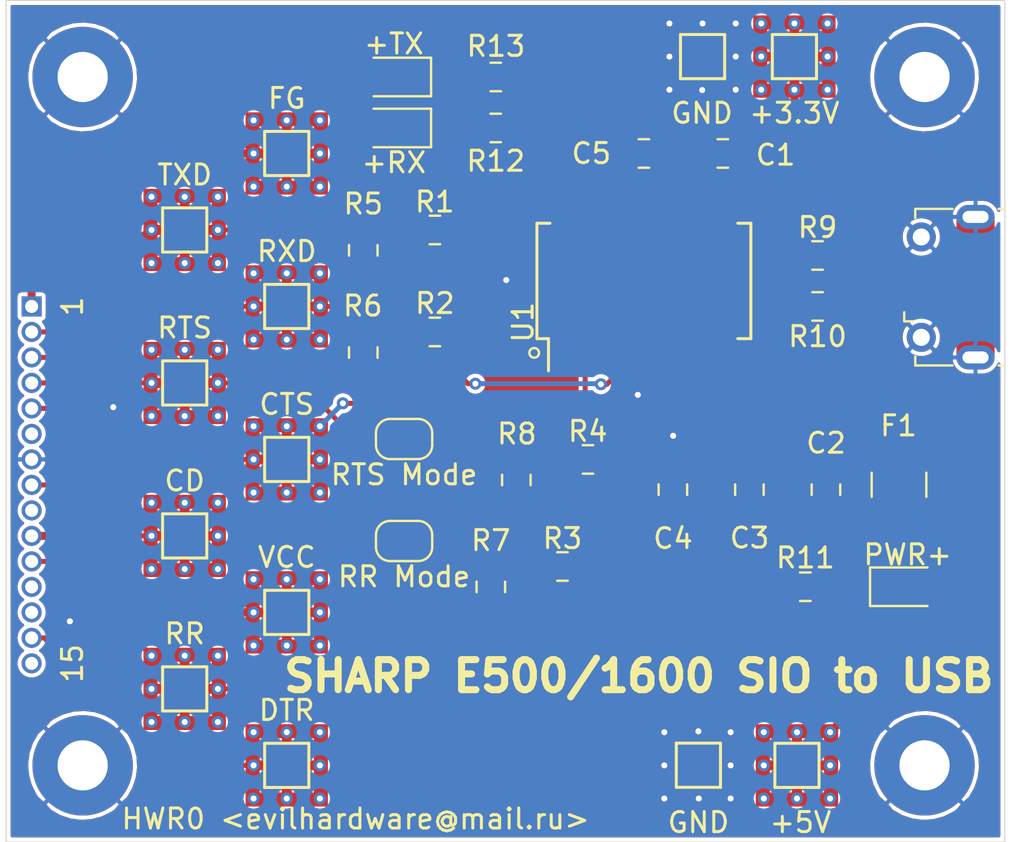
<source format=kicad_pcb>
(kicad_pcb (version 20171130) (host pcbnew "(5.1.6)-1")
  (layers (0 F.Cu signal) (31 B.Cu signal) (34 B.Paste user) (35 F.Paste user) (36 B.SilkS user) (37 F.SilkS user) (38 B.Mask user) (39 F.Mask user) (44 Edge.Cuts user))
  (net 0 "")
  (net 1 GND)
  (net 2 +3V3)
  (net 3 +5V)
  (net 4 "Net-(D1-Pad1)")
  (net 5 "Net-(D2-Pad1)")
  (net 6 "Net-(D3-Pad1)")
  (net 7 DTRCalc)
  (net 8 RRCalc)
  (net 9 VCCCalc)
  (net 10 CDCalc)
  (net 11 CTSCalc)
  (net 12 RTSCalc)
  (net 13 RXDCalc)
  (net 14 TXDCalc)
  (net 15 FG)
  (net 16 RInput)
  (net 17 "Net-(R1-Pad1)")
  (net 18 "Net-(R2-Pad1)")
  (net 19 "Net-(R3-Pad1)")
  (net 20 "Net-(R4-Pad1)")
  (net 21 USBD+)
  (net 22 USBD-)
  (net 23 RXLED)
  (net 24 TXLED)
  (net 25 /D+)
  (net 26 /D-)
  (net 27 /PWRUSB)
  (module Alexx:Pokekon_Soldermask (layer F.Cu) (at 116.84 148.59)
    (fp_text reference G*** hide)
    (fp_text value LOGO hide)
  )
  (module Connector_PinHeader_1.27mm:PinHeader_1x15_P1.27mm_Vertical (layer F.Cu) (at 93.98 125.73)
    (fp_text reference J1 hide)
    (fp_text value Conn_01x15_Male)
    (pad 15 thru_hole oval (at 0 17.78) (size 1 1) (drill 0.65) (layers *.Cu *.Mask))
    (pad 14 thru_hole oval (at 0 16.51) (size 1 1) (drill 0.65) (layers *.Cu *.Mask) (net 7 DTRCalc))
    (pad 13 thru_hole oval (at 0 15.24) (size 1 1) (drill 0.65) (layers *.Cu *.Mask))
    (pad 12 thru_hole oval (at 0 13.97) (size 1 1) (drill 0.65) (layers *.Cu *.Mask))
    (pad 11 thru_hole oval (at 0 12.7) (size 1 1) (drill 0.65) (layers *.Cu *.Mask) (net 8 RRCalc))
    (pad 10 thru_hole oval (at 0 11.43) (size 1 1) (drill 0.65) (layers *.Cu *.Mask) (net 9 VCCCalc))
    (pad 9 thru_hole oval (at 0 10.16) (size 1 1) (drill 0.65) (layers *.Cu *.Mask))
    (pad 8 thru_hole oval (at 0 8.89) (size 1 1) (drill 0.65) (layers *.Cu *.Mask) (net 10 CDCalc))
    (pad 7 thru_hole oval (at 0 7.62) (size 1 1) (drill 0.65) (layers *.Cu *.Mask) (net 1 GND))
    (pad 6 thru_hole oval (at 0 6.35) (size 1 1) (drill 0.65) (layers *.Cu *.Mask))
    (pad 5 thru_hole oval (at 0 5.08) (size 1 1) (drill 0.65) (layers *.Cu *.Mask) (net 11 CTSCalc))
    (pad 4 thru_hole oval (at 0 3.81) (size 1 1) (drill 0.65) (layers *.Cu *.Mask) (net 12 RTSCalc))
    (pad 3 thru_hole oval (at 0 2.54) (size 1 1) (drill 0.65) (layers *.Cu *.Mask) (net 13 RXDCalc))
    (pad 2 thru_hole oval (at 0 1.27) (size 1 1) (drill 0.65) (layers *.Cu *.Mask) (net 14 TXDCalc))
    (pad 1 thru_hole rect (at 0 0) (size 1 1) (drill 0.65) (layers *.Cu *.Mask) (net 15 FG))
  )
  (module Package_SO:SSOP-28_5.3x10.2mm_P0.65mm (layer F.Cu) (at 124.46 124.46 90)
    (fp_text reference U1 (at -2.0574 -6.0198 90) (layer F.SilkS))
    (fp_text value FT232RL)
    (pad 28 smd rect (at 3.6 -4.225 90) (size 1.75 0.45) (layers F.Cu F.Paste F.Mask))
    (pad 27 smd rect (at 3.6 -3.575 90) (size 1.75 0.45) (layers F.Cu F.Paste F.Mask))
    (pad 26 smd rect (at 3.6 -2.925 90) (size 1.75 0.45) (layers F.Cu F.Paste F.Mask) (net 1 GND))
    (pad 25 smd rect (at 3.6 -2.275 90) (size 1.75 0.45) (layers F.Cu F.Paste F.Mask) (net 1 GND))
    (pad 24 smd rect (at 3.6 -1.625 90) (size 1.75 0.45) (layers F.Cu F.Paste F.Mask))
    (pad 23 smd rect (at 3.6 -0.975 90) (size 1.75 0.45) (layers F.Cu F.Paste F.Mask) (net 23 RXLED))
    (pad 22 smd rect (at 3.6 -0.325 90) (size 1.75 0.45) (layers F.Cu F.Paste F.Mask) (net 24 TXLED))
    (pad 21 smd rect (at 3.6 0.325 90) (size 1.75 0.45) (layers F.Cu F.Paste F.Mask) (net 1 GND))
    (pad 20 smd rect (at 3.6 0.975 90) (size 1.75 0.45) (layers F.Cu F.Paste F.Mask) (net 3 +5V))
    (pad 19 smd rect (at 3.6 1.625 90) (size 1.75 0.45) (layers F.Cu F.Paste F.Mask) (net 3 +5V))
    (pad 18 smd rect (at 3.6 2.275 90) (size 1.75 0.45) (layers F.Cu F.Paste F.Mask) (net 1 GND))
    (pad 17 smd rect (at 3.6 2.925 90) (size 1.75 0.45) (layers F.Cu F.Paste F.Mask) (net 2 +3V3))
    (pad 16 smd rect (at 3.6 3.575 90) (size 1.75 0.45) (layers F.Cu F.Paste F.Mask) (net 22 USBD-))
    (pad 15 smd rect (at 3.6 4.225 90) (size 1.75 0.45) (layers F.Cu F.Paste F.Mask) (net 21 USBD+))
    (pad 14 smd rect (at -3.6 4.225 90) (size 1.75 0.45) (layers F.Cu F.Paste F.Mask))
    (pad 13 smd rect (at -3.6 3.575 90) (size 1.75 0.45) (layers F.Cu F.Paste F.Mask))
    (pad 12 smd rect (at -3.6 2.925 90) (size 1.75 0.45) (layers F.Cu F.Paste F.Mask))
    (pad 11 smd rect (at -3.6 2.275 90) (size 1.75 0.45) (layers F.Cu F.Paste F.Mask) (net 20 "Net-(R4-Pad1)"))
    (pad 10 smd rect (at -3.6 1.625 90) (size 1.75 0.45) (layers F.Cu F.Paste F.Mask))
    (pad 9 smd rect (at -3.6 0.975 90) (size 1.75 0.45) (layers F.Cu F.Paste F.Mask))
    (pad 8 smd rect (at -3.6 0.325 90) (size 1.75 0.45) (layers F.Cu F.Paste F.Mask))
    (pad 7 smd rect (at -3.6 -0.325 90) (size 1.75 0.45) (layers F.Cu F.Paste F.Mask) (net 1 GND))
    (pad 6 smd rect (at -3.6 -0.975 90) (size 1.75 0.45) (layers F.Cu F.Paste F.Mask))
    (pad 5 smd rect (at -3.6 -1.625 90) (size 1.75 0.45) (layers F.Cu F.Paste F.Mask) (net 18 "Net-(R2-Pad1)"))
    (pad 4 smd rect (at -3.6 -2.275 90) (size 1.75 0.45) (layers F.Cu F.Paste F.Mask) (net 3 +5V))
    (pad 3 smd rect (at -3.6 -2.925 90) (size 1.75 0.45) (layers F.Cu F.Paste F.Mask) (net 19 "Net-(R3-Pad1)"))
    (pad 2 smd rect (at -3.6 -3.575 90) (size 1.75 0.45) (layers F.Cu F.Paste F.Mask))
    (pad 1 smd rect (at -3.6 -4.225 90) (size 1.75 0.45) (layers F.Cu F.Paste F.Mask) (net 17 "Net-(R1-Pad1)"))
  )
  (module Connector:SolidPad_4x4mm_2x2mmCore (layer F.Cu) (at 127.381 113.284)
    (fp_text reference J15 hide)
    (fp_text value SolidPad-Connector)
    (pad ~ smd custom (at 0 0) (size 2 2) (layers F.Cu) (net 1 GND) (options (clearance outline) (anchor rect)) (primitives (gr_poly (pts (xy -2 0.2) (xy -2 -0.2) (xy 0 -0.2) (xy 0 0.2)) (width 0.1)) (gr_poly (pts (xy -2 2) (xy -2 1.4) (xy 2 1.4) (xy 2 2)) (width 0.1)) (gr_poly (pts (xy -0.2 0) (xy -0.2 -2) (xy 0.2 -2) (xy 0.2 0)) (width 0.1)) (gr_poly (pts (xy 0 0.2) (xy 0 -0.2) (xy 2 -0.2) (xy 2 0.2)) (width 0.1)) (gr_poly (pts (xy -2 -2) (xy -2 -1.4) (xy 2 -1.4) (xy 2 -2)) (width 0.1)) (gr_poly (pts (xy -2 -2) (xy -1.4 -2) (xy -1.4 2) (xy -2 2)) (width 0.1)) (gr_poly (pts (xy 2 -2) (xy 1.4 -2) (xy 1.4 2) (xy 2 2)) (width 0.1)) (gr_poly (pts (xy -0.2 2) (xy -0.2 0) (xy 0.2 0) (xy 0.2 2)) (width 0.1))))
  )
  (module Resistor_SMD:R_0805_2012Metric_Pad1.15x1.40mm_HandSolder (layer F.Cu) (at 117.085 114.3 180)
    (fp_text reference R13 (at -0.009 1.53162) (layer F.SilkS))
    (fp_text value 500R)
    (pad 2 smd roundrect (at 1.025 0 180) (size 1.15 1.4) (layers F.Cu F.Paste F.Mask) (roundrect_rratio 0.217391) (net 6 "Net-(D3-Pad1)"))
    (pad 1 smd roundrect (at -1.025 0 180) (size 1.15 1.4) (layers F.Cu F.Paste F.Mask) (roundrect_rratio 0.217391) (net 24 TXLED))
  )
  (module Resistor_SMD:R_0805_2012Metric_Pad1.15x1.40mm_HandSolder (layer F.Cu) (at 117.085 116.84 180)
    (fp_text reference R12 (at 0 -1.65) (layer F.SilkS))
    (fp_text value 500R)
    (pad 2 smd roundrect (at 1.025 0 180) (size 1.15 1.4) (layers F.Cu F.Paste F.Mask) (roundrect_rratio 0.217391) (net 5 "Net-(D2-Pad1)"))
    (pad 1 smd roundrect (at -1.025 0 180) (size 1.15 1.4) (layers F.Cu F.Paste F.Mask) (roundrect_rratio 0.217391) (net 23 RXLED))
  )
  (module Resistor_SMD:R_0805_2012Metric_Pad1.15x1.40mm_HandSolder (layer F.Cu) (at 132.498 139.692)
    (fp_text reference R11 (at 0 -1.4398) (layer F.SilkS))
    (fp_text value 500R)
    (pad 2 smd roundrect (at 1.025 0) (size 1.15 1.4) (layers F.Cu F.Paste F.Mask) (roundrect_rratio 0.217391) (net 4 "Net-(D1-Pad1)"))
    (pad 1 smd roundrect (at -1.025 0) (size 1.15 1.4) (layers F.Cu F.Paste F.Mask) (roundrect_rratio 0.217391) (net 1 GND))
  )
  (module Resistor_SMD:R_0805_2012Metric_Pad1.15x1.40mm_HandSolder (layer F.Cu) (at 133.105 125.73)
    (fp_text reference R10 (at 0 1.4986) (layer F.SilkS))
    (fp_text value 0-15R)
    (pad 2 smd roundrect (at 1.025 0) (size 1.15 1.4) (layers F.Cu F.Paste F.Mask) (roundrect_rratio 0.217391) (net 26 /D-))
    (pad 1 smd roundrect (at -1.025 0) (size 1.15 1.4) (layers F.Cu F.Paste F.Mask) (roundrect_rratio 0.217391) (net 22 USBD-))
  )
  (module Resistor_SMD:R_0805_2012Metric_Pad1.15x1.40mm_HandSolder (layer F.Cu) (at 133.105 123.19)
    (fp_text reference R9 (at 0 -1.397) (layer F.SilkS))
    (fp_text value 0-15R)
    (pad 2 smd roundrect (at 1.025 0) (size 1.15 1.4) (layers F.Cu F.Paste F.Mask) (roundrect_rratio 0.217391) (net 25 /D+))
    (pad 1 smd roundrect (at -1.025 0) (size 1.15 1.4) (layers F.Cu F.Paste F.Mask) (roundrect_rratio 0.217391) (net 21 USBD+))
  )
  (module Resistor_SMD:R_0805_2012Metric_Pad1.15x1.40mm_HandSolder (layer F.Cu) (at 118.11 134.375 270)
    (fp_text reference R8 (at -2.295 -0.0254 180) (layer F.SilkS))
    (fp_text value 10K)
    (pad 2 smd roundrect (at 1.025 0 270) (size 1.15 1.4) (layers F.Cu F.Paste F.Mask) (roundrect_rratio 0.217391) (net 1 GND))
    (pad 1 smd roundrect (at -1.025 0 270) (size 1.15 1.4) (layers F.Cu F.Paste F.Mask) (roundrect_rratio 0.217391) (net 11 CTSCalc))
  )
  (module Resistor_SMD:R_0805_2012Metric_Pad1.15x1.40mm_HandSolder (layer F.Cu) (at 116.84 139.7 270)
    (fp_text reference R7 (at -2.3114 0 180) (layer F.SilkS))
    (fp_text value 10K)
    (pad 2 smd roundrect (at 1.025 0 270) (size 1.15 1.4) (layers F.Cu F.Paste F.Mask) (roundrect_rratio 0.217391) (net 1 GND))
    (pad 1 smd roundrect (at -1.025 0 270) (size 1.15 1.4) (layers F.Cu F.Paste F.Mask) (roundrect_rratio 0.217391) (net 16 RInput))
  )
  (module Resistor_SMD:R_0805_2012Metric_Pad1.15x1.40mm_HandSolder (layer F.Cu) (at 110.49 128.025 270)
    (fp_text reference R6 (at -2.3204 0.0254 180) (layer F.SilkS))
    (fp_text value 10K)
    (pad 2 smd roundrect (at 1.025 0 270) (size 1.15 1.4) (layers F.Cu F.Paste F.Mask) (roundrect_rratio 0.217391) (net 1 GND))
    (pad 1 smd roundrect (at -1.025 0 270) (size 1.15 1.4) (layers F.Cu F.Paste F.Mask) (roundrect_rratio 0.217391) (net 13 RXDCalc))
  )
  (module Resistor_SMD:R_0805_2012Metric_Pad1.15x1.40mm_HandSolder (layer F.Cu) (at 110.49 122.936 270)
    (fp_text reference R5 (at -2.3114 0 180) (layer F.SilkS))
    (fp_text value 10K)
    (pad 2 smd roundrect (at 1.025 0 270) (size 1.15 1.4) (layers F.Cu F.Paste F.Mask) (roundrect_rratio 0.217391) (net 1 GND))
    (pad 1 smd roundrect (at -1.025 0 270) (size 1.15 1.4) (layers F.Cu F.Paste F.Mask) (roundrect_rratio 0.217391) (net 14 TXDCalc))
  )
  (module Resistor_SMD:R_0805_2012Metric_Pad1.15x1.40mm_HandSolder (layer F.Cu) (at 121.675 133.35 180)
    (fp_text reference R4 (at 0.009 1.397) (layer F.SilkS))
    (fp_text value 100R)
    (pad 2 smd roundrect (at 1.025 0 180) (size 1.15 1.4) (layers F.Cu F.Paste F.Mask) (roundrect_rratio 0.217391) (net 11 CTSCalc))
    (pad 1 smd roundrect (at -1.025 0 180) (size 1.15 1.4) (layers F.Cu F.Paste F.Mask) (roundrect_rratio 0.217391) (net 20 "Net-(R4-Pad1)"))
  )
  (module Resistor_SMD:R_0805_2012Metric_Pad1.15x1.40mm_HandSolder (layer F.Cu) (at 120.405 138.684 180)
    (fp_text reference R3 (at 0 1.397) (layer F.SilkS))
    (fp_text value 100R)
    (pad 2 smd roundrect (at 1.025 0 180) (size 1.15 1.4) (layers F.Cu F.Paste F.Mask) (roundrect_rratio 0.217391) (net 16 RInput))
    (pad 1 smd roundrect (at -1.025 0 180) (size 1.15 1.4) (layers F.Cu F.Paste F.Mask) (roundrect_rratio 0.217391) (net 19 "Net-(R3-Pad1)"))
  )
  (module Resistor_SMD:R_0805_2012Metric_Pad1.15x1.40mm_HandSolder (layer F.Cu) (at 114.055 127 180)
    (fp_text reference R2 (at 0 1.4224) (layer F.SilkS))
    (fp_text value 100R)
    (pad 2 smd roundrect (at 1.025 0 180) (size 1.15 1.4) (layers F.Cu F.Paste F.Mask) (roundrect_rratio 0.217391) (net 13 RXDCalc))
    (pad 1 smd roundrect (at -1.025 0 180) (size 1.15 1.4) (layers F.Cu F.Paste F.Mask) (roundrect_rratio 0.217391) (net 18 "Net-(R2-Pad1)"))
  )
  (module Resistor_SMD:R_0805_2012Metric_Pad1.15x1.40mm_HandSolder (layer F.Cu) (at 114.055 121.92 180)
    (fp_text reference R1 (at 0.009 1.397) (layer F.SilkS))
    (fp_text value 100R)
    (pad 2 smd roundrect (at 1.025 0 180) (size 1.15 1.4) (layers F.Cu F.Paste F.Mask) (roundrect_rratio 0.217391) (net 14 TXDCalc))
    (pad 1 smd roundrect (at -1.025 0 180) (size 1.15 1.4) (layers F.Cu F.Paste F.Mask) (roundrect_rratio 0.217391) (net 17 "Net-(R1-Pad1)"))
  )
  (module Jumper:SolderJumper-2_P1.3mm_Open_RoundedPad1.0x1.5mm (layer F.Cu) (at 112.522 132.334 180)
    (fp_text reference JP2 hide)
    (fp_text value RTS_Mode)
    (pad 2 smd custom (at 0.65 0 180) (size 1 0.5) (layers F.Cu F.Mask) (net 12 RTSCalc) (options (clearance outline) (anchor rect)) (primitives (gr_circle (center 0 0.25) (end 0.5 0.25) (width 0)) (gr_circle (center 0 -0.25) (end 0.5 -0.25) (width 0)) (gr_poly (pts (xy 0 -0.75) (xy -0.5 -0.75) (xy -0.5 0.75) (xy 0 0.75)) (width 0))))
    (pad 1 smd custom (at -0.65 0 180) (size 1 0.5) (layers F.Cu F.Mask) (net 16 RInput) (options (clearance outline) (anchor rect)) (primitives (gr_circle (center 0 0.25) (end 0.5 0.25) (width 0)) (gr_circle (center 0 -0.25) (end 0.5 -0.25) (width 0)) (gr_poly (pts (xy 0 -0.75) (xy 0.5 -0.75) (xy 0.5 0.75) (xy 0 0.75)) (width 0))))
  )
  (module Jumper:SolderJumper-2_P1.3mm_Open_RoundedPad1.0x1.5mm (layer F.Cu) (at 112.522 137.414)
    (fp_text reference JP1 hide)
    (fp_text value RR_Mode)
    (pad 2 smd custom (at 0.65 0) (size 1 0.5) (layers F.Cu F.Mask) (net 16 RInput) (options (clearance outline) (anchor rect)) (primitives (gr_circle (center 0 0.25) (end 0.5 0.25) (width 0)) (gr_circle (center 0 -0.25) (end 0.5 -0.25) (width 0)) (gr_poly (pts (xy 0 -0.75) (xy -0.5 -0.75) (xy -0.5 0.75) (xy 0 0.75)) (width 0))))
    (pad 1 smd custom (at -0.65 0) (size 1 0.5) (layers F.Cu F.Mask) (net 8 RRCalc) (options (clearance outline) (anchor rect)) (primitives (gr_circle (center 0 0.25) (end 0.5 0.25) (width 0)) (gr_circle (center 0 -0.25) (end 0.5 -0.25) (width 0)) (gr_poly (pts (xy 0 -0.75) (xy 0.5 -0.75) (xy 0.5 0.75) (xy 0 0.75)) (width 0))))
  )
  (module Connector:SolidPad_4x4mm_2x2mmCore (layer F.Cu) (at 127.173 148.582)
    (fp_text reference J14 hide)
    (fp_text value SolidPad-Connector)
    (pad ~ smd custom (at 0 0) (size 2 2) (layers F.Cu) (net 1 GND) (options (clearance outline) (anchor rect)) (primitives (gr_poly (pts (xy -2 0.2) (xy -2 -0.2) (xy 0 -0.2) (xy 0 0.2)) (width 0.1)) (gr_poly (pts (xy -2 2) (xy -2 1.4) (xy 2 1.4) (xy 2 2)) (width 0.1)) (gr_poly (pts (xy -0.2 0) (xy -0.2 -2) (xy 0.2 -2) (xy 0.2 0)) (width 0.1)) (gr_poly (pts (xy 0 0.2) (xy 0 -0.2) (xy 2 -0.2) (xy 2 0.2)) (width 0.1)) (gr_poly (pts (xy -2 -2) (xy -2 -1.4) (xy 2 -1.4) (xy 2 -2)) (width 0.1)) (gr_poly (pts (xy -2 -2) (xy -1.4 -2) (xy -1.4 2) (xy -2 2)) (width 0.1)) (gr_poly (pts (xy 2 -2) (xy 1.4 -2) (xy 1.4 2) (xy 2 2)) (width 0.1)) (gr_poly (pts (xy -0.2 2) (xy -0.2 0) (xy 0.2 0) (xy 0.2 2)) (width 0.1))))
  )
  (module Connector:SolidPad_4x4mm_2x2mmCore (layer F.Cu) (at 131.953 113.284)
    (fp_text reference J13 hide)
    (fp_text value SolidPad-Connector)
    (pad ~ smd custom (at 0 0) (size 2 2) (layers F.Cu) (net 2 +3V3) (options (clearance outline) (anchor rect)) (primitives (gr_poly (pts (xy -2 0.2) (xy -2 -0.2) (xy 0 -0.2) (xy 0 0.2)) (width 0.1)) (gr_poly (pts (xy -2 2) (xy -2 1.4) (xy 2 1.4) (xy 2 2)) (width 0.1)) (gr_poly (pts (xy -0.2 0) (xy -0.2 -2) (xy 0.2 -2) (xy 0.2 0)) (width 0.1)) (gr_poly (pts (xy 0 0.2) (xy 0 -0.2) (xy 2 -0.2) (xy 2 0.2)) (width 0.1)) (gr_poly (pts (xy -2 -2) (xy -2 -1.4) (xy 2 -1.4) (xy 2 -2)) (width 0.1)) (gr_poly (pts (xy -2 -2) (xy -1.4 -2) (xy -1.4 2) (xy -2 2)) (width 0.1)) (gr_poly (pts (xy 2 -2) (xy 1.4 -2) (xy 1.4 2) (xy 2 2)) (width 0.1)) (gr_poly (pts (xy -0.2 2) (xy -0.2 0) (xy 0.2 0) (xy 0.2 2)) (width 0.1))))
  )
  (module Connector:SolidPad_4x4mm_2x2mmCore (layer F.Cu) (at 132.08 148.59)
    (fp_text reference J12 hide)
    (fp_text value SolidPad-Connector)
    (pad ~ smd custom (at 0 0) (size 2 2) (layers F.Cu) (net 3 +5V) (options (clearance outline) (anchor rect)) (primitives (gr_poly (pts (xy -2 0.2) (xy -2 -0.2) (xy 0 -0.2) (xy 0 0.2)) (width 0.1)) (gr_poly (pts (xy -2 2) (xy -2 1.4) (xy 2 1.4) (xy 2 2)) (width 0.1)) (gr_poly (pts (xy -0.2 0) (xy -0.2 -2) (xy 0.2 -2) (xy 0.2 0)) (width 0.1)) (gr_poly (pts (xy 0 0.2) (xy 0 -0.2) (xy 2 -0.2) (xy 2 0.2)) (width 0.1)) (gr_poly (pts (xy -2 -2) (xy -2 -1.4) (xy 2 -1.4) (xy 2 -2)) (width 0.1)) (gr_poly (pts (xy -2 -2) (xy -1.4 -2) (xy -1.4 2) (xy -2 2)) (width 0.1)) (gr_poly (pts (xy 2 -2) (xy 1.4 -2) (xy 1.4 2) (xy 2 2)) (width 0.1)) (gr_poly (pts (xy -0.2 2) (xy -0.2 0) (xy 0.2 0) (xy 0.2 2)) (width 0.1))))
  )
  (module Connector:SolidPad_4x4mm_2x2mmCore (layer F.Cu) (at 106.68 148.59)
    (fp_text reference J11 hide)
    (fp_text value SolidPad-Connector)
    (pad ~ smd custom (at 0 0) (size 2 2) (layers F.Cu) (net 7 DTRCalc) (options (clearance outline) (anchor rect)) (primitives (gr_poly (pts (xy -2 0.2) (xy -2 -0.2) (xy 0 -0.2) (xy 0 0.2)) (width 0.1)) (gr_poly (pts (xy -2 2) (xy -2 1.4) (xy 2 1.4) (xy 2 2)) (width 0.1)) (gr_poly (pts (xy -0.2 0) (xy -0.2 -2) (xy 0.2 -2) (xy 0.2 0)) (width 0.1)) (gr_poly (pts (xy 0 0.2) (xy 0 -0.2) (xy 2 -0.2) (xy 2 0.2)) (width 0.1)) (gr_poly (pts (xy -2 -2) (xy -2 -1.4) (xy 2 -1.4) (xy 2 -2)) (width 0.1)) (gr_poly (pts (xy -2 -2) (xy -1.4 -2) (xy -1.4 2) (xy -2 2)) (width 0.1)) (gr_poly (pts (xy 2 -2) (xy 1.4 -2) (xy 1.4 2) (xy 2 2)) (width 0.1)) (gr_poly (pts (xy -0.2 2) (xy -0.2 0) (xy 0.2 0) (xy 0.2 2)) (width 0.1))))
  )
  (module Connector:SolidPad_4x4mm_2x2mmCore (layer F.Cu) (at 101.6 144.78)
    (fp_text reference J10 hide)
    (fp_text value SolidPad-Connector)
    (pad ~ smd custom (at 0 0) (size 2 2) (layers F.Cu) (net 8 RRCalc) (options (clearance outline) (anchor rect)) (primitives (gr_poly (pts (xy -2 0.2) (xy -2 -0.2) (xy 0 -0.2) (xy 0 0.2)) (width 0.1)) (gr_poly (pts (xy -2 2) (xy -2 1.4) (xy 2 1.4) (xy 2 2)) (width 0.1)) (gr_poly (pts (xy -0.2 0) (xy -0.2 -2) (xy 0.2 -2) (xy 0.2 0)) (width 0.1)) (gr_poly (pts (xy 0 0.2) (xy 0 -0.2) (xy 2 -0.2) (xy 2 0.2)) (width 0.1)) (gr_poly (pts (xy -2 -2) (xy -2 -1.4) (xy 2 -1.4) (xy 2 -2)) (width 0.1)) (gr_poly (pts (xy -2 -2) (xy -1.4 -2) (xy -1.4 2) (xy -2 2)) (width 0.1)) (gr_poly (pts (xy 2 -2) (xy 1.4 -2) (xy 1.4 2) (xy 2 2)) (width 0.1)) (gr_poly (pts (xy -0.2 2) (xy -0.2 0) (xy 0.2 0) (xy 0.2 2)) (width 0.1))))
  )
  (module Connector:SolidPad_4x4mm_2x2mmCore (layer F.Cu) (at 106.68 140.97)
    (fp_text reference J9 hide)
    (fp_text value SolidPad-Connector)
    (pad ~ smd custom (at 0 0) (size 2 2) (layers F.Cu) (net 9 VCCCalc) (options (clearance outline) (anchor rect)) (primitives (gr_poly (pts (xy -2 0.2) (xy -2 -0.2) (xy 0 -0.2) (xy 0 0.2)) (width 0.1)) (gr_poly (pts (xy -2 2) (xy -2 1.4) (xy 2 1.4) (xy 2 2)) (width 0.1)) (gr_poly (pts (xy -0.2 0) (xy -0.2 -2) (xy 0.2 -2) (xy 0.2 0)) (width 0.1)) (gr_poly (pts (xy 0 0.2) (xy 0 -0.2) (xy 2 -0.2) (xy 2 0.2)) (width 0.1)) (gr_poly (pts (xy -2 -2) (xy -2 -1.4) (xy 2 -1.4) (xy 2 -2)) (width 0.1)) (gr_poly (pts (xy -2 -2) (xy -1.4 -2) (xy -1.4 2) (xy -2 2)) (width 0.1)) (gr_poly (pts (xy 2 -2) (xy 1.4 -2) (xy 1.4 2) (xy 2 2)) (width 0.1)) (gr_poly (pts (xy -0.2 2) (xy -0.2 0) (xy 0.2 0) (xy 0.2 2)) (width 0.1))))
  )
  (module Connector_USB:USB_Micro-B_Molex-105017-0001 (layer F.Cu) (at 139.732 124.77 90)
    (fp_text reference J8 hide)
    (fp_text value USB_B_Micro)
    (pad 6 smd rect (at -2.9 1.2375 90) (size 1.2 1.9) (layers F.Cu F.Mask) (net 1 GND))
    (pad 6 smd rect (at 2.9 1.2375 90) (size 1.2 1.9) (layers F.Cu F.Mask) (net 1 GND))
    (pad 6 thru_hole oval (at 3.5 1.2375 90) (size 1.2 1.9) (drill oval 0.6 1.3) (layers *.Cu *.Mask) (net 1 GND))
    (pad 6 thru_hole oval (at -3.5 1.2375 270) (size 1.2 1.9) (drill oval 0.6 1.3) (layers *.Cu *.Mask) (net 1 GND))
    (pad 6 smd rect (at -1 1.2375 90) (size 1.5 1.9) (layers F.Cu F.Paste F.Mask) (net 1 GND))
    (pad 6 thru_hole circle (at 2.5 -1.4625 90) (size 1.45 1.45) (drill 0.85) (layers *.Cu *.Mask) (net 1 GND))
    (pad 3 smd rect (at 0 -1.4625 90) (size 0.4 1.35) (layers F.Cu F.Paste F.Mask) (net 25 /D+))
    (pad 4 smd rect (at 0.65 -1.4625 90) (size 0.4 1.35) (layers F.Cu F.Paste F.Mask))
    (pad 5 smd rect (at 1.3 -1.4625 90) (size 0.4 1.35) (layers F.Cu F.Paste F.Mask) (net 1 GND))
    (pad 1 smd rect (at -1.3 -1.4625 90) (size 0.4 1.35) (layers F.Cu F.Paste F.Mask) (net 27 /PWRUSB))
    (pad 2 smd rect (at -0.65 -1.4625 90) (size 0.4 1.35) (layers F.Cu F.Paste F.Mask) (net 26 /D-))
    (pad 6 thru_hole circle (at -2.5 -1.4625 90) (size 1.45 1.45) (drill 0.85) (layers *.Cu *.Mask) (net 1 GND))
    (pad 6 smd rect (at 1 1.2375 90) (size 1.5 1.9) (layers F.Cu F.Paste F.Mask) (net 1 GND))
  )
  (module Connector:SolidPad_4x4mm_2x2mmCore (layer F.Cu) (at 101.6 137.16)
    (fp_text reference J7 hide)
    (fp_text value SolidPad-Connector)
    (pad ~ smd custom (at 0 0) (size 2 2) (layers F.Cu) (net 10 CDCalc) (options (clearance outline) (anchor rect)) (primitives (gr_poly (pts (xy -2 0.2) (xy -2 -0.2) (xy 0 -0.2) (xy 0 0.2)) (width 0.1)) (gr_poly (pts (xy -2 2) (xy -2 1.4) (xy 2 1.4) (xy 2 2)) (width 0.1)) (gr_poly (pts (xy -0.2 0) (xy -0.2 -2) (xy 0.2 -2) (xy 0.2 0)) (width 0.1)) (gr_poly (pts (xy 0 0.2) (xy 0 -0.2) (xy 2 -0.2) (xy 2 0.2)) (width 0.1)) (gr_poly (pts (xy -2 -2) (xy -2 -1.4) (xy 2 -1.4) (xy 2 -2)) (width 0.1)) (gr_poly (pts (xy -2 -2) (xy -1.4 -2) (xy -1.4 2) (xy -2 2)) (width 0.1)) (gr_poly (pts (xy 2 -2) (xy 1.4 -2) (xy 1.4 2) (xy 2 2)) (width 0.1)) (gr_poly (pts (xy -0.2 2) (xy -0.2 0) (xy 0.2 0) (xy 0.2 2)) (width 0.1))))
  )
  (module Connector:SolidPad_4x4mm_2x2mmCore (layer F.Cu) (at 106.68 133.35)
    (fp_text reference J6 hide)
    (fp_text value SolidPad-Connector)
    (pad ~ smd custom (at 0 0) (size 2 2) (layers F.Cu) (net 11 CTSCalc) (options (clearance outline) (anchor rect)) (primitives (gr_poly (pts (xy -2 0.2) (xy -2 -0.2) (xy 0 -0.2) (xy 0 0.2)) (width 0.1)) (gr_poly (pts (xy -2 2) (xy -2 1.4) (xy 2 1.4) (xy 2 2)) (width 0.1)) (gr_poly (pts (xy -0.2 0) (xy -0.2 -2) (xy 0.2 -2) (xy 0.2 0)) (width 0.1)) (gr_poly (pts (xy 0 0.2) (xy 0 -0.2) (xy 2 -0.2) (xy 2 0.2)) (width 0.1)) (gr_poly (pts (xy -2 -2) (xy -2 -1.4) (xy 2 -1.4) (xy 2 -2)) (width 0.1)) (gr_poly (pts (xy -2 -2) (xy -1.4 -2) (xy -1.4 2) (xy -2 2)) (width 0.1)) (gr_poly (pts (xy 2 -2) (xy 1.4 -2) (xy 1.4 2) (xy 2 2)) (width 0.1)) (gr_poly (pts (xy -0.2 2) (xy -0.2 0) (xy 0.2 0) (xy 0.2 2)) (width 0.1))))
  )
  (module Connector:SolidPad_4x4mm_2x2mmCore (layer F.Cu) (at 101.6 129.54)
    (fp_text reference J5 hide)
    (fp_text value SolidPad-Connector)
    (pad ~ smd custom (at 0 0) (size 2 2) (layers F.Cu) (net 12 RTSCalc) (options (clearance outline) (anchor rect)) (primitives (gr_poly (pts (xy -2 0.2) (xy -2 -0.2) (xy 0 -0.2) (xy 0 0.2)) (width 0.1)) (gr_poly (pts (xy -2 2) (xy -2 1.4) (xy 2 1.4) (xy 2 2)) (width 0.1)) (gr_poly (pts (xy -0.2 0) (xy -0.2 -2) (xy 0.2 -2) (xy 0.2 0)) (width 0.1)) (gr_poly (pts (xy 0 0.2) (xy 0 -0.2) (xy 2 -0.2) (xy 2 0.2)) (width 0.1)) (gr_poly (pts (xy -2 -2) (xy -2 -1.4) (xy 2 -1.4) (xy 2 -2)) (width 0.1)) (gr_poly (pts (xy -2 -2) (xy -1.4 -2) (xy -1.4 2) (xy -2 2)) (width 0.1)) (gr_poly (pts (xy 2 -2) (xy 1.4 -2) (xy 1.4 2) (xy 2 2)) (width 0.1)) (gr_poly (pts (xy -0.2 2) (xy -0.2 0) (xy 0.2 0) (xy 0.2 2)) (width 0.1))))
  )
  (module Connector:SolidPad_4x4mm_2x2mmCore (layer F.Cu) (at 106.68 125.73)
    (fp_text reference J4 hide)
    (fp_text value SolidPad-Connector)
    (pad ~ smd custom (at 0 0) (size 2 2) (layers F.Cu) (net 13 RXDCalc) (options (clearance outline) (anchor rect)) (primitives (gr_poly (pts (xy -2 0.2) (xy -2 -0.2) (xy 0 -0.2) (xy 0 0.2)) (width 0.1)) (gr_poly (pts (xy -2 2) (xy -2 1.4) (xy 2 1.4) (xy 2 2)) (width 0.1)) (gr_poly (pts (xy -0.2 0) (xy -0.2 -2) (xy 0.2 -2) (xy 0.2 0)) (width 0.1)) (gr_poly (pts (xy 0 0.2) (xy 0 -0.2) (xy 2 -0.2) (xy 2 0.2)) (width 0.1)) (gr_poly (pts (xy -2 -2) (xy -2 -1.4) (xy 2 -1.4) (xy 2 -2)) (width 0.1)) (gr_poly (pts (xy -2 -2) (xy -1.4 -2) (xy -1.4 2) (xy -2 2)) (width 0.1)) (gr_poly (pts (xy 2 -2) (xy 1.4 -2) (xy 1.4 2) (xy 2 2)) (width 0.1)) (gr_poly (pts (xy -0.2 2) (xy -0.2 0) (xy 0.2 0) (xy 0.2 2)) (width 0.1))))
  )
  (module Connector:SolidPad_4x4mm_2x2mmCore (layer F.Cu) (at 101.6 121.92)
    (fp_text reference J3 hide)
    (fp_text value SolidPad-Connector)
    (pad ~ smd custom (at 0 0) (size 2 2) (layers F.Cu) (net 14 TXDCalc) (options (clearance outline) (anchor rect)) (primitives (gr_poly (pts (xy -2 0.2) (xy -2 -0.2) (xy 0 -0.2) (xy 0 0.2)) (width 0.1)) (gr_poly (pts (xy -2 2) (xy -2 1.4) (xy 2 1.4) (xy 2 2)) (width 0.1)) (gr_poly (pts (xy -0.2 0) (xy -0.2 -2) (xy 0.2 -2) (xy 0.2 0)) (width 0.1)) (gr_poly (pts (xy 0 0.2) (xy 0 -0.2) (xy 2 -0.2) (xy 2 0.2)) (width 0.1)) (gr_poly (pts (xy -2 -2) (xy -2 -1.4) (xy 2 -1.4) (xy 2 -2)) (width 0.1)) (gr_poly (pts (xy -2 -2) (xy -1.4 -2) (xy -1.4 2) (xy -2 2)) (width 0.1)) (gr_poly (pts (xy 2 -2) (xy 1.4 -2) (xy 1.4 2) (xy 2 2)) (width 0.1)) (gr_poly (pts (xy -0.2 2) (xy -0.2 0) (xy 0.2 0) (xy 0.2 2)) (width 0.1))))
  )
  (module Connector:SolidPad_4x4mm_2x2mmCore (layer F.Cu) (at 106.68 118.11)
    (fp_text reference J2 hide)
    (fp_text value SolidPad-Connector)
    (pad ~ smd custom (at 0 0) (size 2 2) (layers F.Cu) (net 15 FG) (options (clearance outline) (anchor rect)) (primitives (gr_poly (pts (xy -2 0.2) (xy -2 -0.2) (xy 0 -0.2) (xy 0 0.2)) (width 0.1)) (gr_poly (pts (xy -2 2) (xy -2 1.4) (xy 2 1.4) (xy 2 2)) (width 0.1)) (gr_poly (pts (xy -0.2 0) (xy -0.2 -2) (xy 0.2 -2) (xy 0.2 0)) (width 0.1)) (gr_poly (pts (xy 0 0.2) (xy 0 -0.2) (xy 2 -0.2) (xy 2 0.2)) (width 0.1)) (gr_poly (pts (xy -2 -2) (xy -2 -1.4) (xy 2 -1.4) (xy 2 -2)) (width 0.1)) (gr_poly (pts (xy -2 -2) (xy -1.4 -2) (xy -1.4 2) (xy -2 2)) (width 0.1)) (gr_poly (pts (xy 2 -2) (xy 1.4 -2) (xy 1.4 2) (xy 2 2)) (width 0.1)) (gr_poly (pts (xy -0.2 2) (xy -0.2 0) (xy 0.2 0) (xy 0.2 2)) (width 0.1))))
  )
  (module MountingHole:MountingHole_2.5mm_Pad (layer F.Cu) (at 138.43 114.3)
    (fp_text reference H4 hide)
    (fp_text value MountingHole_Pad)
    (pad 1 thru_hole circle (at 0 0) (size 5 5) (drill 2.5) (layers *.Cu *.Mask) (net 1 GND))
  )
  (module MountingHole:MountingHole_2.5mm_Pad (layer F.Cu) (at 138.43 148.59)
    (fp_text reference H3 hide)
    (fp_text value MountingHole_Pad)
    (pad 1 thru_hole circle (at 0 0) (size 5 5) (drill 2.5) (layers *.Cu *.Mask) (net 1 GND))
  )
  (module MountingHole:MountingHole_2.5mm_Pad (layer F.Cu) (at 96.52 148.59)
    (fp_text reference H2 hide)
    (fp_text value MountingHole_Pad)
    (pad 1 thru_hole circle (at 0 0) (size 5 5) (drill 2.5) (layers *.Cu *.Mask) (net 1 GND))
  )
  (module MountingHole:MountingHole_2.5mm_Pad (layer F.Cu) (at 96.52 114.3)
    (fp_text reference H1 hide)
    (fp_text value MountingHole_Pad)
    (pad 1 thru_hole circle (at 0 0) (size 5 5) (drill 2.5) (layers *.Cu *.Mask) (net 1 GND))
  )
  (module Resistor_SMD:R_1210_3225Metric_Pad1.42x2.65mm_HandSolder (layer F.Cu) (at 137.16 134.612 90)
    (fp_text reference F1 (at 2.9384 -0.0254 180) (layer F.SilkS))
    (fp_text value "Polyfuse 1210")
    (pad 2 smd roundrect (at 1.4875 0 90) (size 1.425 2.65) (layers F.Cu F.Paste F.Mask) (roundrect_rratio 0.175439) (net 27 /PWRUSB))
    (pad 1 smd roundrect (at -1.4875 0 90) (size 1.425 2.65) (layers F.Cu F.Paste F.Mask) (roundrect_rratio 0.175439) (net 3 +5V))
  )
  (module LED_SMD:LED_0805_2012Metric_Pad1.15x1.40mm_HandSolder (layer F.Cu) (at 112.005 114.3 180)
    (fp_text reference D3 hide)
    (fp_text value TXLED)
    (pad 2 smd roundrect (at 1.025 0 180) (size 1.15 1.4) (layers F.Cu F.Paste F.Mask) (roundrect_rratio 0.217391) (net 3 +5V))
    (pad 1 smd roundrect (at -1.025 0 180) (size 1.15 1.4) (layers F.Cu F.Paste F.Mask) (roundrect_rratio 0.217391) (net 6 "Net-(D3-Pad1)"))
  )
  (module LED_SMD:LED_0805_2012Metric_Pad1.15x1.40mm_HandSolder (layer F.Cu) (at 112.005 116.84 180)
    (fp_text reference D2 hide)
    (fp_text value RXLED)
    (pad 2 smd roundrect (at 1.025 0 180) (size 1.15 1.4) (layers F.Cu F.Paste F.Mask) (roundrect_rratio 0.217391) (net 3 +5V))
    (pad 1 smd roundrect (at -1.025 0 180) (size 1.15 1.4) (layers F.Cu F.Paste F.Mask) (roundrect_rratio 0.217391) (net 5 "Net-(D2-Pad1)"))
  )
  (module LED_SMD:LED_0805_2012Metric_Pad1.15x1.40mm_HandSolder (layer F.Cu) (at 137.578 139.692)
    (fp_text reference D1 hide)
    (fp_text value PWRLED)
    (pad 2 smd roundrect (at 1.025 0) (size 1.15 1.4) (layers F.Cu F.Paste F.Mask) (roundrect_rratio 0.217391) (net 3 +5V))
    (pad 1 smd roundrect (at -1.025 0) (size 1.15 1.4) (layers F.Cu F.Paste F.Mask) (roundrect_rratio 0.217391) (net 4 "Net-(D1-Pad1)"))
  )
  (module Capacitor_SMD:C_0805_2012Metric_Pad1.15x1.40mm_HandSolder (layer F.Cu) (at 124.46 118.11 180)
    (fp_text reference C5 (at 2.6162 0) (layer F.SilkS))
    (fp_text value 100nF)
    (pad 2 smd roundrect (at 1.025 0 180) (size 1.15 1.4) (layers F.Cu F.Paste F.Mask) (roundrect_rratio 0.217391) (net 1 GND))
    (pad 1 smd roundrect (at -1.025 0 180) (size 1.15 1.4) (layers F.Cu F.Paste F.Mask) (roundrect_rratio 0.217391) (net 3 +5V))
  )
  (module Capacitor_SMD:C_0805_2012Metric_Pad1.15x1.40mm_HandSolder (layer F.Cu) (at 125.903 134.857 90)
    (fp_text reference C4 (at -2.43 0.0048 180) (layer F.SilkS))
    (fp_text value 10uF)
    (pad 2 smd roundrect (at 1.025 0 90) (size 1.15 1.4) (layers F.Cu F.Paste F.Mask) (roundrect_rratio 0.217391) (net 1 GND))
    (pad 1 smd roundrect (at -1.025 0 90) (size 1.15 1.4) (layers F.Cu F.Paste F.Mask) (roundrect_rratio 0.217391) (net 3 +5V))
  )
  (module Capacitor_SMD:C_0805_2012Metric_Pad1.15x1.40mm_HandSolder (layer F.Cu) (at 129.713 134.857 90)
    (fp_text reference C3 (at -2.4046 0.0048 180) (layer F.SilkS))
    (fp_text value 100nF)
    (pad 2 smd roundrect (at 1.025 0 90) (size 1.15 1.4) (layers F.Cu F.Paste F.Mask) (roundrect_rratio 0.217391) (net 1 GND))
    (pad 1 smd roundrect (at -1.025 0 90) (size 1.15 1.4) (layers F.Cu F.Paste F.Mask) (roundrect_rratio 0.217391) (net 3 +5V))
  )
  (module Capacitor_SMD:C_0805_2012Metric_Pad1.15x1.40mm_HandSolder (layer F.Cu) (at 133.523 134.857 90)
    (fp_text reference C2 (at 2.3198 0.0048 180) (layer F.SilkS))
    (fp_text value 10nF)
    (pad 2 smd roundrect (at 1.025 0 90) (size 1.15 1.4) (layers F.Cu F.Paste F.Mask) (roundrect_rratio 0.217391) (net 1 GND))
    (pad 1 smd roundrect (at -1.025 0 90) (size 1.15 1.4) (layers F.Cu F.Paste F.Mask) (roundrect_rratio 0.217391) (net 3 +5V))
  )
  (module Capacitor_SMD:C_0805_2012Metric_Pad1.15x1.40mm_HandSolder (layer F.Cu) (at 128.388 118.11 180)
    (fp_text reference C1 (at -2.6252 -0.0762) (layer F.SilkS))
    (fp_text value 100nF)
    (pad 2 smd roundrect (at 1.025 0 180) (size 1.15 1.4) (layers F.Cu F.Paste F.Mask) (roundrect_rratio 0.217391) (net 1 GND))
    (pad 1 smd roundrect (at -1.025 0 180) (size 1.15 1.4) (layers F.Cu F.Paste F.Mask) (roundrect_rratio 0.217391) (net 2 +3V3))
  )
  (gr_text "HWR0 <evilhardware@mail.ru>" (at 110.109 151.257) (layer F.SilkS) (effects (font (size 1 1))))
  (gr_text "SHARP E500/1600 SIO to USB" (at 124.206 144.145) (layer F.SilkS) (effects (font (size 1.5 1.5) (thickness 0.35))))
  (gr_text 15 (at 96.012 143.51 90) (layer F.SilkS) (effects (font (size 1 1))))
  (gr_text 1 (at 96.012 125.73 90) (layer F.SilkS) (effects (font (size 1 1))))
  (gr_text GND (at 127.1778 151.4348) (layer F.SilkS) (effects (font (size 1 1))))
  (gr_text +5V (at 132.2578 151.4348) (layer F.SilkS) (effects (font (size 1 1))))
  (gr_text GND (at 127.3556 116.1034) (layer F.SilkS) (effects (font (size 1 1))))
  (gr_text +3.3V (at 131.953 116.1034) (layer F.SilkS) (effects (font (size 1 1))))
  (gr_text +TX (at 112.014 112.649) (layer F.SilkS) (effects (font (size 1 1))))
  (gr_text +RX (at 112.014 118.5672) (layer F.SilkS) (effects (font (size 1 1))))
  (gr_text PWR+ (at 137.5918 138.0998) (layer F.SilkS) (effects (font (size 1 1))))
  (gr_circle (center 118.999 128.0414) (end 119.2276 128.1176) (layer F.SilkS) (width 0.12))
  (gr_text "RTS Mode" (at 112.522 134.112) (layer F.SilkS) (effects (font (size 1 1))))
  (gr_text "RR Mode" (at 112.522 139.192) (layer F.SilkS) (effects (font (size 1 1))))
  (gr_text DTR (at 106.68 145.8468) (layer F.SilkS) (effects (font (size 1 1))))
  (gr_text RR (at 101.6 142.0368) (layer F.SilkS) (effects (font (size 1 1))))
  (gr_text VCC (at 106.68 138.2268) (layer F.SilkS) (effects (font (size 1 1))))
  (gr_text CD (at 101.6 134.4168) (layer F.SilkS) (effects (font (size 1 1))))
  (gr_text CTS (at 106.68 130.6068) (layer F.SilkS) (effects (font (size 1 1))))
  (gr_text RTS (at 101.6 126.7968) (layer F.SilkS) (effects (font (size 1 1))))
  (gr_text RXD (at 106.68 122.9868) (layer F.SilkS) (effects (font (size 1 1))))
  (gr_text TXD (at 101.6 119.1768) (layer F.SilkS) (effects (font (size 1 1))))
  (gr_text FG (at 106.68 115.3668) (layer F.SilkS) (effects (font (size 1 1))))
  (gr_line (start 142.4305 110.49) (end 142.4305 152.4) (layer Edge.Cuts) (width 0.05))
  (gr_line (start 92.71 152.4) (end 92.71 110.49) (layer Edge.Cuts) (width 0.05))
  (gr_line (start 142.4305 152.4) (end 92.71 152.4) (layer Edge.Cuts) (width 0.05))
  (gr_line (start 92.71 110.49) (end 142.4305 110.49) (layer Edge.Cuts) (width 0.05))
  (via (at 129.032 114.935) (size 0.6) (drill 0.3) (layers F.Cu B.Cu) (net 1))
  (via (at 125.73 114.935) (size 0.6) (drill 0.3) (layers F.Cu B.Cu) (net 1))
  (via (at 125.73 111.633) (size 0.6) (drill 0.3) (layers F.Cu B.Cu) (net 1))
  (via (at 125.73 113.284) (size 0.6) (drill 0.3) (layers F.Cu B.Cu) (net 1))
  (via (at 129.032 113.284) (size 0.6) (drill 0.3) (layers F.Cu B.Cu) (net 1))
  (via (at 129.032 111.633) (size 0.6) (drill 0.3) (layers F.Cu B.Cu) (net 1))
  (via (at 127.381 111.633) (size 0.6) (drill 0.3) (layers F.Cu B.Cu) (net 1))
  (via (at 130.302 111.633) (size 0.6) (drill 0.3) (layers F.Cu B.Cu) (net 2))
  (via (at 130.302 113.284) (size 0.6) (drill 0.3) (layers F.Cu B.Cu) (net 2))
  (via (at 130.302 114.935) (size 0.6) (drill 0.3) (layers F.Cu B.Cu) (net 2))
  (via (at 133.604 114.935) (size 0.6) (drill 0.3) (layers F.Cu B.Cu) (net 2))
  (via (at 133.604 113.284) (size 0.6) (drill 0.3) (layers F.Cu B.Cu) (net 2))
  (via (at 133.604 111.633) (size 0.6) (drill 0.3) (layers F.Cu B.Cu) (net 2))
  (via (at 131.953 111.633) (size 0.6) (drill 0.3) (layers F.Cu B.Cu) (net 2))
  (via (at 133.731 150.241) (size 0.6) (drill 0.3) (layers F.Cu B.Cu) (net 3))
  (via (at 132.08 150.241) (size 0.6) (drill 0.3) (layers F.Cu B.Cu) (net 3))
  (via (at 130.429 150.241) (size 0.6) (drill 0.3) (layers F.Cu B.Cu) (net 3))
  (via (at 130.429 148.59) (size 0.6) (drill 0.3) (layers F.Cu B.Cu) (net 3))
  (via (at 133.731 148.59) (size 0.6) (drill 0.3) (layers F.Cu B.Cu) (net 3))
  (via (at 133.731 146.939) (size 0.6) (drill 0.3) (layers F.Cu B.Cu) (net 3))
  (via (at 130.429 146.939) (size 0.6) (drill 0.3) (layers F.Cu B.Cu) (net 3))
  (via (at 132.08 146.939) (size 0.6) (drill 0.3) (layers F.Cu B.Cu) (net 3))
  (via (at 127.1905 150.241) (size 0.6) (drill 0.3) (layers F.Cu B.Cu) (net 1))
  (via (at 125.476 148.59) (size 0.6) (drill 0.3) (layers F.Cu B.Cu) (net 1))
  (via (at 125.476 150.241) (size 0.6) (drill 0.3) (layers F.Cu B.Cu) (net 1))
  (via (at 128.778 150.241) (size 0.6) (drill 0.3) (layers F.Cu B.Cu) (net 1))
  (via (at 128.778 148.59) (size 0.6) (drill 0.3) (layers F.Cu B.Cu) (net 1))
  (via (at 128.778 146.939) (size 0.6) (drill 0.3) (layers F.Cu B.Cu) (net 1))
  (via (at 125.476 146.939) (size 0.6) (drill 0.3) (layers F.Cu B.Cu) (net 1))
  (via (at 108.331 150.241) (size 0.6) (drill 0.3) (layers F.Cu B.Cu) (net 7))
  (via (at 106.68 150.241) (size 0.6) (drill 0.3) (layers F.Cu B.Cu) (net 7))
  (via (at 105.029 150.241) (size 0.6) (drill 0.3) (layers F.Cu B.Cu) (net 7))
  (via (at 108.331 148.59) (size 0.6) (drill 0.3) (layers F.Cu B.Cu) (net 7))
  (via (at 108.331 146.939) (size 0.6) (drill 0.3) (layers F.Cu B.Cu) (net 7))
  (via (at 106.68 146.939) (size 0.6) (drill 0.3) (layers F.Cu B.Cu) (net 7))
  (via (at 105.029 146.939) (size 0.6) (drill 0.3) (layers F.Cu B.Cu) (net 7))
  (via (at 103.251 146.431) (size 0.6) (drill 0.3) (layers F.Cu B.Cu) (net 8))
  (via (at 99.949 146.431) (size 0.6) (drill 0.3) (layers F.Cu B.Cu) (net 8))
  (via (at 101.6 146.431) (size 0.6) (drill 0.3) (layers F.Cu B.Cu) (net 8))
  (via (at 99.949 144.78) (size 0.6) (drill 0.3) (layers F.Cu B.Cu) (net 8))
  (via (at 103.251 143.129) (size 0.6) (drill 0.3) (layers F.Cu B.Cu) (net 8))
  (via (at 101.6 143.129) (size 0.6) (drill 0.3) (layers F.Cu B.Cu) (net 8))
  (via (at 108.331 142.621) (size 0.6) (drill 0.3) (layers F.Cu B.Cu) (net 9))
  (via (at 106.68 142.621) (size 0.6) (drill 0.3) (layers F.Cu B.Cu) (net 9))
  (via (at 105.029 142.621) (size 0.6) (drill 0.3) (layers F.Cu B.Cu) (net 9))
  (via (at 108.331 140.97) (size 0.6) (drill 0.3) (layers F.Cu B.Cu) (net 9))
  (via (at 108.331 139.319) (size 0.6) (drill 0.3) (layers F.Cu B.Cu) (net 9))
  (via (at 105.029 139.319) (size 0.6) (drill 0.3) (layers F.Cu B.Cu) (net 9))
  (via (at 106.68 139.319) (size 0.6) (drill 0.3) (layers F.Cu B.Cu) (net 9))
  (via (at 103.251 138.811) (size 0.6) (drill 0.3) (layers F.Cu B.Cu) (net 10))
  (via (at 101.6 138.811) (size 0.6) (drill 0.3) (layers F.Cu B.Cu) (net 10))
  (via (at 99.949 138.811) (size 0.6) (drill 0.3) (layers F.Cu B.Cu) (net 10))
  (via (at 99.949 135.509) (size 0.6) (drill 0.3) (layers F.Cu B.Cu) (net 10))
  (via (at 103.251 137.16) (size 0.6) (drill 0.3) (layers F.Cu B.Cu) (net 10))
  (via (at 103.251 135.509) (size 0.6) (drill 0.3) (layers F.Cu B.Cu) (net 10))
  (via (at 101.6 135.509) (size 0.6) (drill 0.3) (layers F.Cu B.Cu) (net 10))
  (via (at 108.331 135.001) (size 0.6) (drill 0.3) (layers F.Cu B.Cu) (net 11))
  (via (at 106.68 135.001) (size 0.6) (drill 0.3) (layers F.Cu B.Cu) (net 11))
  (via (at 105.029 135.001) (size 0.6) (drill 0.3) (layers F.Cu B.Cu) (net 11))
  (via (at 108.331 131.699) (size 0.6) (drill 0.3) (layers F.Cu B.Cu) (net 11))
  (via (at 106.68 131.699) (size 0.6) (drill 0.3) (layers F.Cu B.Cu) (net 11))
  (via (at 105.029 131.699) (size 0.6) (drill 0.3) (layers F.Cu B.Cu) (net 11))
  (via (at 103.251 131.191) (size 0.6) (drill 0.3) (layers F.Cu B.Cu) (net 12))
  (via (at 101.6 131.191) (size 0.6) (drill 0.3) (layers F.Cu B.Cu) (net 12))
  (via (at 99.949 131.191) (size 0.6) (drill 0.3) (layers F.Cu B.Cu) (net 12))
  (via (at 99.949 127.889) (size 0.6) (drill 0.3) (layers F.Cu B.Cu) (net 12))
  (via (at 103.251 127.889) (size 0.6) (drill 0.3) (layers F.Cu B.Cu) (net 12))
  (via (at 101.6 127.889) (size 0.6) (drill 0.3) (layers F.Cu B.Cu) (net 12))
  (via (at 108.331 127.381) (size 0.6) (drill 0.3) (layers F.Cu B.Cu) (net 13))
  (via (at 106.68 127.381) (size 0.6) (drill 0.3) (layers F.Cu B.Cu) (net 13))
  (via (at 105.029 127.381) (size 0.6) (drill 0.3) (layers F.Cu B.Cu) (net 13))
  (via (at 105.029 124.079) (size 0.6) (drill 0.3) (layers F.Cu B.Cu) (net 13))
  (via (at 108.331 124.079) (size 0.6) (drill 0.3) (layers F.Cu B.Cu) (net 13))
  (via (at 106.68 124.079) (size 0.6) (drill 0.3) (layers F.Cu B.Cu) (net 13))
  (via (at 99.949 120.269) (size 0.6) (drill 0.3) (layers F.Cu B.Cu) (net 14))
  (via (at 99.949 123.571) (size 0.6) (drill 0.3) (layers F.Cu B.Cu) (net 14))
  (via (at 101.6 123.571) (size 0.6) (drill 0.3) (layers F.Cu B.Cu) (net 14))
  (via (at 103.251 123.571) (size 0.6) (drill 0.3) (layers F.Cu B.Cu) (net 14))
  (via (at 103.251 120.269) (size 0.6) (drill 0.3) (layers F.Cu B.Cu) (net 14))
  (via (at 101.6 120.269) (size 0.6) (drill 0.3) (layers F.Cu B.Cu) (net 14))
  (via (at 108.331 118.11) (size 0.6) (drill 0.3) (layers F.Cu B.Cu) (net 15))
  (via (at 108.331 119.761) (size 0.6) (drill 0.3) (layers F.Cu B.Cu) (net 15))
  (via (at 106.68 119.761) (size 0.6) (drill 0.3) (layers F.Cu B.Cu) (net 15))
  (via (at 105.029 119.761) (size 0.6) (drill 0.3) (layers F.Cu B.Cu) (net 15))
  (via (at 105.029 116.459) (size 0.6) (drill 0.3) (layers F.Cu B.Cu) (net 15))
  (via (at 108.331 116.459) (size 0.6) (drill 0.3) (layers F.Cu B.Cu) (net 15))
  (via (at 106.68 116.459) (size 0.6) (drill 0.3) (layers F.Cu B.Cu) (net 15))
  (via (at 95.885 141.414) (size 0.6) (layers F.Cu B.Cu) (net 1))
  (via (at 98.044 130.746) (size 0.6) (layers F.Cu B.Cu) (net 1))
  (via (at 125.91542 132.17144) (size 0.6) (drill 0.3) (layers F.Cu B.Cu) (net 1))
  (segment (start 125.903 133.832) (end 125.903 132.18386) (width 0.4) (layer F.Cu) (net 1))
  (segment (start 125.903 132.18386) (end 125.91542 132.17144) (width 0.4) (layer F.Cu) (net 1))
  (segment (start 124.135 128.06) (end 124.135 130.11162) (width 0.4) (layer F.Cu) (net 1))
  (via (at 124.15774 130.13436) (size 0.6) (drill 0.3) (layers F.Cu B.Cu) (net 1))
  (segment (start 124.135 130.11162) (end 124.15774 130.13436) (width 0.4) (layer F.Cu) (net 1))
  (segment (start 127.363 113.302) (end 127.381 113.284) (width 0.4) (layer F.Cu) (net 1))
  (segment (start 127.363 118.11) (end 127.363 114.953) (width 0.4) (layer F.Cu) (net 1))
  (via (at 117.60962 124.41428) (size 0.6) (drill 0.3) (layers F.Cu B.Cu) (net 1))
  (segment (start 127.173 146.893) (end 127.173 148.582) (width 0.4) (layer F.Cu) (net 1))
  (via (at 127.173 146.893) (size 0.6) (drill 0.3) (layers F.Cu B.Cu) (net 1))
  (segment (start 127.363 114.953) (end 127.363 113.302) (width 0.4) (layer F.Cu) (net 1))
  (via (at 127.363 114.953) (size 0.6) (drill 0.3) (layers F.Cu B.Cu) (net 1))
  (segment (start 127.381 113.284) (end 124.206 113.284) (width 0.4) (layer F.Cu) (net 1))
  (segment (start 127.381 113.284) (end 127.381 111.125) (width 0.4) (layer F.Cu) (net 1))
  (segment (start 125.73 111.633) (end 125.095 110.998) (width 0.4) (layer F.Cu) (net 1))
  (segment (start 127.381 113.284) (end 124.841 115.824) (width 0.4) (layer F.Cu) (net 1))
  (segment (start 129.032 114.935) (end 129.032 116.332) (width 0.4) (layer F.Cu) (net 1))
  (segment (start 129.413 118.11) (end 130.366 118.11) (width 0.4) (layer F.Cu) (net 2))
  (segment (start 130.366 118.11) (end 131.953 116.522) (width 0.4) (layer F.Cu) (net 2))
  (segment (start 131.953 116.522) (end 131.953 114.935) (width 0.4) (layer F.Cu) (net 2))
  (segment (start 127.385 120.86) (end 127.385 119.585) (width 0.4) (layer F.Cu) (net 2))
  (segment (start 127.385 119.585) (end 127.654 119.316) (width 0.4) (layer F.Cu) (net 2))
  (segment (start 127.654 119.316) (end 128.206 119.316) (width 0.4) (layer F.Cu) (net 2))
  (segment (start 128.206 119.316) (end 129.413 118.11) (width 0.4) (layer F.Cu) (net 2))
  (segment (start 131.953 114.935) (end 131.953 113.284) (width 0.4) (layer F.Cu) (net 2))
  (via (at 131.953 114.935) (size 0.6) (drill 0.3) (layers F.Cu B.Cu) (net 2))
  (segment (start 131.618 135.882) (end 131.618 129.3501) (width 0.4) (layer F.Cu) (net 3))
  (segment (start 131.618 129.3501) (end 125.6438 123.3759) (width 0.4) (layer F.Cu) (net 3))
  (segment (start 125.6438 123.3759) (end 122.185 126.8347) (width 0.4) (layer F.Cu) (net 3))
  (segment (start 110.98 116.4323) (end 110.98 116.84) (width 0.4) (layer F.Cu) (net 3))
  (segment (start 110.98 114.3) (end 110.98 116.4323) (width 0.4) (layer F.Cu) (net 3))
  (segment (start 122.185 128.06) (end 122.185 126.8347) (width 0.4) (layer F.Cu) (net 3))
  (segment (start 131.618 135.882) (end 129.713 135.882) (width 0.4) (layer F.Cu) (net 3))
  (segment (start 133.523 135.882) (end 131.618 135.882) (width 0.4) (layer F.Cu) (net 3))
  (segment (start 125.435 120.86) (end 125.435 118.16) (width 0.4) (layer F.Cu) (net 3))
  (segment (start 125.435 118.16) (end 125.485 118.11) (width 0.4) (layer F.Cu) (net 3))
  (segment (start 129.713 135.882) (end 125.903 135.882) (width 0.4) (layer F.Cu) (net 3))
  (segment (start 138.58 139.6695) (end 138.603 139.692) (width 0.4) (layer F.Cu) (net 3))
  (segment (start 137.1595 136.1) (end 137.16 136.1) (width 0.4) (layer F.Cu) (net 3))
  (segment (start 137.16 136.1) (end 138.557 137.497) (width 0.4) (layer F.Cu) (net 3))
  (segment (start 138.557 137.497) (end 138.557 139.647) (width 0.4) (layer F.Cu) (net 3))
  (segment (start 138.557 139.647) (end 138.58 139.6695) (width 0.4) (layer F.Cu) (net 3))
  (segment (start 137.1595 136.1) (end 137.16 136.0995) (width 0.4) (layer F.Cu) (net 3))
  (segment (start 133.523 135.882) (end 133.74 136.1) (width 0.4) (layer F.Cu) (net 3))
  (segment (start 133.74 136.1) (end 137.1595 136.1) (width 0.4) (layer F.Cu) (net 3))
  (segment (start 114.8265 119.4762) (end 122.185 126.8347) (width 0.4) (layer F.Cu) (net 3))
  (segment (start 110.98 116.84) (end 110.98 117.75672) (width 0.4) (layer F.Cu) (net 3))
  (segment (start 112.69948 119.4762) (end 114.8265 119.4762) (width 0.4) (layer F.Cu) (net 3))
  (segment (start 110.98 117.75672) (end 112.69948 119.4762) (width 0.4) (layer F.Cu) (net 3))
  (segment (start 126.085 120.86) (end 126.085 122.9347) (width 0.4) (layer F.Cu) (net 3))
  (segment (start 125.435 120.86) (end 125.435 122.641) (width 0.4) (layer F.Cu) (net 3))
  (segment (start 125.84335 123.04935) (end 125.84335 123.17635) (width 0.4) (layer F.Cu) (net 3))
  (segment (start 126.085 122.9347) (end 125.84335 123.17635) (width 0.4) (layer F.Cu) (net 3))
  (segment (start 125.435 122.641) (end 125.84335 123.04935) (width 0.4) (layer F.Cu) (net 3))
  (segment (start 125.84335 123.17635) (end 125.6438 123.3759) (width 0.4) (layer F.Cu) (net 3))
  (segment (start 138.603 142.067) (end 138.603 139.692) (width 0.4) (layer F.Cu) (net 3))
  (segment (start 133.731 146.939) (end 138.603 142.067) (width 0.4) (layer F.Cu) (net 3))
  (segment (start 133.523 139.692) (end 136.553 139.692) (width 0.4) (layer F.Cu) (net 4))
  (segment (start 113.03 116.84) (end 116.06 116.84) (width 0.25) (layer F.Cu) (net 5))
  (segment (start 113.03 114.3) (end 116.06 114.3) (width 0.25) (layer F.Cu) (net 6))
  (segment (start 93.98 142.24) (end 94.6004 142.24) (width 0.25) (layer F.Cu) (net 7))
  (segment (start 94.6004 142.24) (end 100.95 148.59) (width 0.25) (layer F.Cu) (net 7))
  (segment (start 100.95 148.59) (end 105.029 148.59) (width 0.25) (layer F.Cu) (net 7))
  (segment (start 105.029 148.59) (end 106.68 148.59) (width 0.25) (layer F.Cu) (net 7))
  (via (at 105.029 148.59) (size 0.6) (drill 0.3) (layers F.Cu B.Cu) (net 7))
  (segment (start 101.6 144.78) (end 103.251 144.78) (width 0.25) (layer F.Cu) (net 8))
  (segment (start 109.918 144.78) (end 111.872 142.826) (width 0.25) (layer F.Cu) (net 8))
  (segment (start 111.872 142.826) (end 111.872 137.414) (width 0.25) (layer F.Cu) (net 8))
  (segment (start 101.346 144.78) (end 101.6 144.78) (width 0.25) (layer F.Cu) (net 8))
  (segment (start 103.251 144.78) (end 109.918 144.78) (width 0.25) (layer F.Cu) (net 8))
  (via (at 103.251 144.78) (size 0.6) (drill 0.3) (layers F.Cu B.Cu) (net 8))
  (via (at 99.949 143.129) (size 0.6) (drill 0.3) (layers F.Cu B.Cu) (net 8))
  (segment (start 95.25 138.43) (end 101.6 144.78) (width 0.25) (layer F.Cu) (net 8))
  (segment (start 93.98 138.43) (end 95.25 138.43) (width 0.25) (layer F.Cu) (net 8))
  (segment (start 93.98 137.16) (end 95.25 137.16) (width 0.4) (layer F.Cu) (net 9))
  (segment (start 95.25 137.16) (end 99.06 140.97) (width 0.4) (layer F.Cu) (net 9))
  (segment (start 99.06 140.97) (end 105.029 140.97) (width 0.4) (layer F.Cu) (net 9))
  (segment (start 105.029 140.97) (end 106.68 140.97) (width 0.4) (layer F.Cu) (net 9))
  (via (at 105.029 140.97) (size 0.6) (drill 0.3) (layers F.Cu B.Cu) (net 9))
  (segment (start 93.98 134.62) (end 94.996 134.62) (width 0.25) (layer F.Cu) (net 10))
  (segment (start 94.996 134.62) (end 97.536 137.16) (width 0.25) (layer F.Cu) (net 10))
  (segment (start 97.536 137.16) (end 99.949 137.16) (width 0.25) (layer F.Cu) (net 10))
  (segment (start 99.949 137.16) (end 101.6 137.16) (width 0.25) (layer F.Cu) (net 10))
  (via (at 99.949 137.16) (size 0.6) (drill 0.3) (layers F.Cu B.Cu) (net 10))
  (segment (start 118.11 133.35) (end 120.65 133.35) (width 0.25) (layer F.Cu) (net 11))
  (segment (start 106.68 133.35) (end 108.331 133.35) (width 0.25) (layer F.Cu) (net 11))
  (segment (start 93.98 130.81) (end 96.2025 130.81) (width 0.25) (layer F.Cu) (net 11))
  (segment (start 96.2025 130.81) (end 98.7425 133.35) (width 0.25) (layer F.Cu) (net 11))
  (segment (start 98.7425 133.35) (end 105.029 133.35) (width 0.25) (layer F.Cu) (net 11))
  (via (at 108.331 133.35) (size 0.6) (drill 0.3) (layers F.Cu B.Cu) (net 11))
  (segment (start 105.029 133.35) (end 106.68 133.35) (width 0.25) (layer F.Cu) (net 11))
  (via (at 105.029 133.35) (size 0.6) (drill 0.3) (layers F.Cu B.Cu) (net 11))
  (via (at 109.474 130.556) (size 0.6) (drill 0.3) (layers F.Cu B.Cu) (net 11))
  (segment (start 108.331 131.699) (end 109.474 130.556) (width 0.25) (layer B.Cu) (net 11))
  (segment (start 109.474 130.556) (end 113.665 130.556) (width 0.25) (layer F.Cu) (net 11))
  (segment (start 116.459 133.35) (end 118.11 133.35) (width 0.25) (layer F.Cu) (net 11))
  (segment (start 113.665 130.556) (end 116.459 133.35) (width 0.25) (layer F.Cu) (net 11))
  (segment (start 101.6 129.54) (end 103.251 129.54) (width 0.25) (layer F.Cu) (net 12))
  (segment (start 107.33 129.54) (end 110.124 132.334) (width 0.25) (layer F.Cu) (net 12))
  (segment (start 110.124 132.334) (end 111.872 132.334) (width 0.25) (layer F.Cu) (net 12))
  (segment (start 93.98 129.54) (end 99.949 129.54) (width 0.25) (layer F.Cu) (net 12))
  (segment (start 103.251 129.54) (end 107.33 129.54) (width 0.25) (layer F.Cu) (net 12))
  (via (at 103.251 129.54) (size 0.6) (drill 0.3) (layers F.Cu B.Cu) (net 12))
  (segment (start 99.949 129.54) (end 101.6 129.54) (width 0.25) (layer F.Cu) (net 12))
  (via (at 99.949 129.54) (size 0.6) (drill 0.3) (layers F.Cu B.Cu) (net 12))
  (segment (start 110.49 127) (end 113.03 127) (width 0.25) (layer F.Cu) (net 13))
  (segment (start 106.68 125.73) (end 108.331 125.73) (width 0.25) (layer F.Cu) (net 13))
  (segment (start 109.22 125.73) (end 110.49 127) (width 0.25) (layer F.Cu) (net 13))
  (segment (start 93.98 128.27) (end 97.028 128.27) (width 0.25) (layer F.Cu) (net 13))
  (segment (start 97.028 128.27) (end 99.568 125.73) (width 0.25) (layer F.Cu) (net 13))
  (segment (start 99.568 125.73) (end 105.029 125.73) (width 0.25) (layer F.Cu) (net 13))
  (segment (start 108.331 125.73) (end 109.22 125.73) (width 0.25) (layer F.Cu) (net 13))
  (via (at 108.331 125.73) (size 0.6) (drill 0.3) (layers F.Cu B.Cu) (net 13))
  (segment (start 105.029 125.73) (end 106.68 125.73) (width 0.25) (layer F.Cu) (net 13))
  (via (at 105.029 125.73) (size 0.6) (drill 0.3) (layers F.Cu B.Cu) (net 13))
  (segment (start 110.3675 121.7885) (end 110.245 121.911) (width 0.25) (layer F.Cu) (net 14))
  (segment (start 110.245 121.911) (end 110.245 121.92) (width 0.25) (layer F.Cu) (net 14))
  (segment (start 110.3675 121.7885) (end 110.49 121.911) (width 0.25) (layer F.Cu) (net 14))
  (segment (start 110.245 121.666) (end 110.3675 121.7885) (width 0.25) (layer F.Cu) (net 14))
  (segment (start 112.785 121.911) (end 113.021 121.911) (width 0.25) (layer F.Cu) (net 14))
  (segment (start 113.021 121.911) (end 113.03 121.92) (width 0.25) (layer F.Cu) (net 14))
  (segment (start 110.49 121.911) (end 112.785 121.911) (width 0.25) (layer F.Cu) (net 14))
  (segment (start 101.6 121.92) (end 103.251 121.92) (width 0.25) (layer F.Cu) (net 14))
  (segment (start 93.98 127) (end 94.6871 127) (width 0.25) (layer F.Cu) (net 14))
  (segment (start 94.6871 127) (end 99.7671 121.92) (width 0.25) (layer F.Cu) (net 14))
  (segment (start 99.7671 121.92) (end 99.949 121.92) (width 0.25) (layer F.Cu) (net 14))
  (segment (start 103.251 121.92) (end 110.245 121.92) (width 0.25) (layer F.Cu) (net 14))
  (via (at 103.251 121.92) (size 0.6) (drill 0.3) (layers F.Cu B.Cu) (net 14))
  (segment (start 99.949 121.92) (end 101.6 121.92) (width 0.25) (layer F.Cu) (net 14))
  (via (at 99.949 121.92) (size 0.6) (drill 0.3) (layers F.Cu B.Cu) (net 14))
  (segment (start 93.98 125.73) (end 93.98 123.634) (width 0.4) (layer F.Cu) (net 15))
  (segment (start 93.98 123.634) (end 99.5045 118.11) (width 0.4) (layer F.Cu) (net 15))
  (segment (start 99.5045 118.11) (end 105.029 118.11) (width 0.4) (layer F.Cu) (net 15))
  (segment (start 105.029 118.11) (end 106.68 118.11) (width 0.4) (layer F.Cu) (net 15))
  (via (at 105.029 118.11) (size 0.6) (drill 0.3) (layers F.Cu B.Cu) (net 15))
  (segment (start 113.172 137.414) (end 114.442 138.684) (width 0.25) (layer F.Cu) (net 16))
  (segment (start 114.442 138.684) (end 116.831 138.684) (width 0.25) (layer F.Cu) (net 16))
  (segment (start 116.831 138.684) (end 116.84 138.675) (width 0.25) (layer F.Cu) (net 16))
  (segment (start 113.172 132.334) (end 113.172 137.414) (width 0.25) (layer F.Cu) (net 16))
  (segment (start 116.84 138.675) (end 119.371 138.675) (width 0.25) (layer F.Cu) (net 16))
  (segment (start 119.371 138.675) (end 119.38 138.684) (width 0.25) (layer F.Cu) (net 16))
  (segment (start 120.235 128.06) (end 119.1319 128.06) (width 0.25) (layer F.Cu) (net 17))
  (segment (start 115.08 124.0081) (end 115.08 121.92) (width 0.25) (layer F.Cu) (net 17))
  (segment (start 119.1319 128.06) (end 115.08 124.0081) (width 0.25) (layer F.Cu) (net 17))
  (segment (start 115.08 127) (end 114.6338 127.4462) (width 0.25) (layer F.Cu) (net 18))
  (segment (start 115.08 127) (end 115.08 128.95856) (width 0.25) (layer F.Cu) (net 18))
  (via (at 116.07038 129.5781) (size 0.6) (drill 0.3) (layers F.Cu B.Cu) (net 18))
  (segment (start 115.08 128.95856) (end 115.69954 129.5781) (width 0.25) (layer F.Cu) (net 18))
  (segment (start 115.69954 129.5781) (end 116.07038 129.5781) (width 0.25) (layer F.Cu) (net 18))
  (via (at 122.31878 129.60604) (size 0.6) (drill 0.3) (layers F.Cu B.Cu) (net 18))
  (segment (start 116.07038 129.5781) (end 122.29084 129.5781) (width 0.25) (layer B.Cu) (net 18))
  (segment (start 122.29084 129.5781) (end 122.31878 129.60604) (width 0.25) (layer B.Cu) (net 18))
  (segment (start 122.31878 129.60604) (end 122.32132 129.60858) (width 0.25) (layer F.Cu) (net 18))
  (segment (start 122.32132 129.60858) (end 122.61596 129.60858) (width 0.25) (layer F.Cu) (net 18))
  (segment (start 122.835 129.38954) (end 122.835 128.06) (width 0.25) (layer F.Cu) (net 18))
  (segment (start 122.61596 129.60858) (end 122.835 129.38954) (width 0.25) (layer F.Cu) (net 18))
  (segment (start 121.43 138.684) (end 121.535 138.579) (width 0.25) (layer F.Cu) (net 19))
  (segment (start 121.535 138.579) (end 121.535 128.06) (width 0.25) (layer F.Cu) (net 19))
  (segment (start 122.7 133.35) (end 126.735 129.315) (width 0.25) (layer F.Cu) (net 20))
  (segment (start 126.735 129.315) (end 126.735 128.06) (width 0.25) (layer F.Cu) (net 20))
  (segment (start 132.08 123.19) (end 130.176 123.19) (width 0.2) (layer F.Cu) (net 21))
  (segment (start 130.176 123.19) (end 128.585 121.599) (width 0.2) (layer F.Cu) (net 21))
  (segment (start 128.585 121.599) (end 128.585 120.96) (width 0.2) (layer F.Cu) (net 21))
  (segment (start 128.585 120.96) (end 128.685 120.86) (width 0.2) (layer F.Cu) (net 21))
  (segment (start 128.135 120.96) (end 128.035 120.86) (width 0.2) (layer F.Cu) (net 22))
  (segment (start 128.16 120.985) (end 128.135 120.96) (width 0.2) (layer F.Cu) (net 22))
  (segment (start 132.08 125.73) (end 128.135 121.785) (width 0.2) (layer F.Cu) (net 22))
  (segment (start 128.135 121.785) (end 128.135 120.96) (width 0.2) (layer F.Cu) (net 22))
  (segment (start 128.135 120.96) (end 128.035 120.86) (width 0.2) (layer F.Cu) (net 22))
  (segment (start 123.485 120.86) (end 123.485 119.915) (width 0.25) (layer F.Cu) (net 23))
  (segment (start 123.485 119.915) (end 123.055 119.485) (width 0.25) (layer F.Cu) (net 23))
  (segment (start 123.055 119.485) (end 122.47 119.485) (width 0.25) (layer F.Cu) (net 23))
  (segment (start 122.47 119.485) (end 119.824 116.84) (width 0.25) (layer F.Cu) (net 23))
  (segment (start 119.824 116.84) (end 118.11 116.84) (width 0.25) (layer F.Cu) (net 23))
  (segment (start 118.11 114.302) (end 118.11 114.3) (width 0.25) (layer F.Cu) (net 24))
  (segment (start 119.634 114.3) (end 120.65 115.316) (width 0.25) (layer F.Cu) (net 24))
  (segment (start 124.135 119.735) (end 124.135 120.86) (width 0.25) (layer F.Cu) (net 24))
  (segment (start 123.485 119.085) (end 124.135 119.735) (width 0.25) (layer F.Cu) (net 24))
  (segment (start 118.11 114.3) (end 119.634 114.3) (width 0.25) (layer F.Cu) (net 24))
  (segment (start 120.65 115.316) (end 120.65 117.100095) (width 0.25) (layer F.Cu) (net 24))
  (segment (start 122.635654 119.085) (end 123.485 119.085) (width 0.25) (layer F.Cu) (net 24))
  (segment (start 120.65 117.100095) (end 122.635654 119.085) (width 0.25) (layer F.Cu) (net 24))
  (segment (start 138.2695 124.77) (end 138.256 124.77) (width 0.2) (layer F.Cu) (net 25))
  (segment (start 138.27 124.77) (end 138.2695 124.77) (width 0.2) (layer F.Cu) (net 25))
  (segment (start 138.2695 124.77) (end 136.327 124.77) (width 0.25) (layer F.Cu) (net 25))
  (segment (start 136.327 124.77) (end 135.89 124.333) (width 0.25) (layer F.Cu) (net 25))
  (segment (start 135.273 124.333) (end 134.13 123.19) (width 0.25) (layer F.Cu) (net 25))
  (segment (start 135.89 124.333) (end 135.273 124.333) (width 0.25) (layer F.Cu) (net 25))
  (segment (start 138.2695 125.4195) (end 138.2695 125.42) (width 0.25) (layer F.Cu) (net 26))
  (segment (start 138.27 125.42) (end 138.2695 125.4195) (width 0.2) (layer F.Cu) (net 26))
  (segment (start 135.12699 124.73301) (end 134.13 125.73) (width 0.25) (layer F.Cu) (net 26))
  (segment (start 138.2695 125.42) (end 137.3445 125.42) (width 0.25) (layer F.Cu) (net 26))
  (segment (start 137.3445 125.42) (end 137.09451 125.17001) (width 0.25) (layer F.Cu) (net 26))
  (segment (start 135.724312 124.73301) (end 135.12699 124.73301) (width 0.25) (layer F.Cu) (net 26))
  (segment (start 137.09451 125.17001) (end 136.161311 125.17001) (width 0.25) (layer F.Cu) (net 26))
  (segment (start 136.161311 125.17001) (end 135.724312 124.73301) (width 0.25) (layer F.Cu) (net 26))
  (segment (start 136.938 132.9025) (end 137.16 133.125) (width 0.4) (layer F.Cu) (net 27))
  (segment (start 138.2695 126.07) (end 137.074 126.07) (width 0.4) (layer F.Cu) (net 27))
  (segment (start 137.074 126.07) (end 136.716 126.428) (width 0.4) (layer F.Cu) (net 27))
  (segment (start 136.716 126.428) (end 136.716 132.68) (width 0.4) (layer F.Cu) (net 27))
  (segment (start 136.716 132.68) (end 136.938 132.9025) (width 0.4) (layer F.Cu) (net 27))
  (segment (start 136.938 132.9025) (end 137.16 133.1245) (width 0.4) (layer F.Cu) (net 27))
  (segment (start 138.27 126.07) (end 138.2695 126.07) (width 0.4) (layer F.Cu) (net 27))
  (zone (net 1) (net_name GND) (layer F.Cu) (connect_pads (clearance 0.2)) (min_thickness 0.15) (fill yes (arc_segments 32) (thermal_gap 0.2) (thermal_bridge_width 0.2))
    (polygon (pts (xy 142.4305 152.4) (xy 92.71 152.4) (xy 92.71 110.49) (xy 142.4305 110.49)))
  )
  (zone (net 1) (net_name GND) (layer B.Cu) (connect_pads (clearance 0.2)) (min_thickness 0.15) (fill yes (arc_segments 32) (thermal_gap 0.2) (thermal_bridge_width 0.2))
    (polygon (pts (xy 142.4305 152.4) (xy 92.71 152.4) (xy 92.71 110.49) (xy 142.4305 110.49)))
  )
)
</source>
